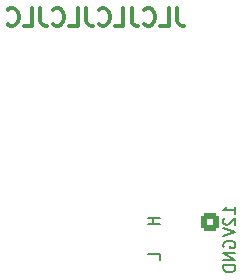
<source format=gbo>
G04 #@! TF.GenerationSoftware,KiCad,Pcbnew,6.0.0-d3dd2cf0fa~116~ubuntu20.04.1*
G04 #@! TF.CreationDate,2022-01-09T15:49:13-07:00*
G04 #@! TF.ProjectId,software_dev_board,736f6674-7761-4726-955f-6465765f626f,A*
G04 #@! TF.SameCoordinates,Original*
G04 #@! TF.FileFunction,Legend,Bot*
G04 #@! TF.FilePolarity,Positive*
%FSLAX46Y46*%
G04 Gerber Fmt 4.6, Leading zero omitted, Abs format (unit mm)*
G04 Created by KiCad (PCBNEW 6.0.0-d3dd2cf0fa~116~ubuntu20.04.1) date 2022-01-09 15:49:13*
%MOMM*%
%LPD*%
G01*
G04 APERTURE LIST*
G04 Aperture macros list*
%AMRoundRect*
0 Rectangle with rounded corners*
0 $1 Rounding radius*
0 $2 $3 $4 $5 $6 $7 $8 $9 X,Y pos of 4 corners*
0 Add a 4 corners polygon primitive as box body*
4,1,4,$2,$3,$4,$5,$6,$7,$8,$9,$2,$3,0*
0 Add four circle primitives for the rounded corners*
1,1,$1+$1,$2,$3*
1,1,$1+$1,$4,$5*
1,1,$1+$1,$6,$7*
1,1,$1+$1,$8,$9*
0 Add four rect primitives between the rounded corners*
20,1,$1+$1,$2,$3,$4,$5,0*
20,1,$1+$1,$4,$5,$6,$7,0*
20,1,$1+$1,$6,$7,$8,$9,0*
20,1,$1+$1,$8,$9,$2,$3,0*%
G04 Aperture macros list end*
%ADD10C,0.300000*%
%ADD11C,0.200000*%
%ADD12C,1.500000*%
%ADD13R,1.700000X1.700000*%
%ADD14O,1.700000X1.700000*%
%ADD15R,1.500000X2.300000*%
%ADD16O,1.500000X2.300000*%
%ADD17C,0.800000*%
%ADD18C,6.400000*%
%ADD19O,1.550000X0.890000*%
%ADD20O,0.950000X1.250000*%
%ADD21C,3.000000*%
%ADD22RoundRect,0.250000X-0.500000X0.500000X-0.500000X-0.500000X0.500000X-0.500000X0.500000X0.500000X0*%
%ADD23RoundRect,0.250001X-1.599999X1.099999X-1.599999X-1.099999X1.599999X-1.099999X1.599999X1.099999X0*%
%ADD24O,3.700000X2.700000*%
%ADD25C,0.600000*%
G04 APERTURE END LIST*
D10*
X171128571Y-72978571D02*
X171128571Y-74050000D01*
X171200000Y-74264285D01*
X171342857Y-74407142D01*
X171557142Y-74478571D01*
X171700000Y-74478571D01*
X169700000Y-74478571D02*
X170414285Y-74478571D01*
X170414285Y-72978571D01*
X168342857Y-74335714D02*
X168414285Y-74407142D01*
X168628571Y-74478571D01*
X168771428Y-74478571D01*
X168985714Y-74407142D01*
X169128571Y-74264285D01*
X169200000Y-74121428D01*
X169271428Y-73835714D01*
X169271428Y-73621428D01*
X169200000Y-73335714D01*
X169128571Y-73192857D01*
X168985714Y-73050000D01*
X168771428Y-72978571D01*
X168628571Y-72978571D01*
X168414285Y-73050000D01*
X168342857Y-73121428D01*
X167271428Y-72978571D02*
X167271428Y-74050000D01*
X167342857Y-74264285D01*
X167485714Y-74407142D01*
X167700000Y-74478571D01*
X167842857Y-74478571D01*
X165842857Y-74478571D02*
X166557142Y-74478571D01*
X166557142Y-72978571D01*
X164485714Y-74335714D02*
X164557142Y-74407142D01*
X164771428Y-74478571D01*
X164914285Y-74478571D01*
X165128571Y-74407142D01*
X165271428Y-74264285D01*
X165342857Y-74121428D01*
X165414285Y-73835714D01*
X165414285Y-73621428D01*
X165342857Y-73335714D01*
X165271428Y-73192857D01*
X165128571Y-73050000D01*
X164914285Y-72978571D01*
X164771428Y-72978571D01*
X164557142Y-73050000D01*
X164485714Y-73121428D01*
X163414285Y-72978571D02*
X163414285Y-74050000D01*
X163485714Y-74264285D01*
X163628571Y-74407142D01*
X163842857Y-74478571D01*
X163985714Y-74478571D01*
X161985714Y-74478571D02*
X162700000Y-74478571D01*
X162700000Y-72978571D01*
X160628571Y-74335714D02*
X160700000Y-74407142D01*
X160914285Y-74478571D01*
X161057142Y-74478571D01*
X161271428Y-74407142D01*
X161414285Y-74264285D01*
X161485714Y-74121428D01*
X161557142Y-73835714D01*
X161557142Y-73621428D01*
X161485714Y-73335714D01*
X161414285Y-73192857D01*
X161271428Y-73050000D01*
X161057142Y-72978571D01*
X160914285Y-72978571D01*
X160700000Y-73050000D01*
X160628571Y-73121428D01*
X159557142Y-72978571D02*
X159557142Y-74050000D01*
X159628571Y-74264285D01*
X159771428Y-74407142D01*
X159985714Y-74478571D01*
X160128571Y-74478571D01*
X158128571Y-74478571D02*
X158842857Y-74478571D01*
X158842857Y-72978571D01*
X156771428Y-74335714D02*
X156842857Y-74407142D01*
X157057142Y-74478571D01*
X157200000Y-74478571D01*
X157414285Y-74407142D01*
X157557142Y-74264285D01*
X157628571Y-74121428D01*
X157700000Y-73835714D01*
X157700000Y-73621428D01*
X157628571Y-73335714D01*
X157557142Y-73192857D01*
X157414285Y-73050000D01*
X157200000Y-72978571D01*
X157057142Y-72978571D01*
X156842857Y-73050000D01*
X156771428Y-73121428D01*
D11*
X175100000Y-93238095D02*
X175052380Y-93142857D01*
X175052380Y-93000000D01*
X175100000Y-92857142D01*
X175195238Y-92761904D01*
X175290476Y-92714285D01*
X175480952Y-92666666D01*
X175623809Y-92666666D01*
X175814285Y-92714285D01*
X175909523Y-92761904D01*
X176004761Y-92857142D01*
X176052380Y-93000000D01*
X176052380Y-93095238D01*
X176004761Y-93238095D01*
X175957142Y-93285714D01*
X175623809Y-93285714D01*
X175623809Y-93095238D01*
X176052380Y-93714285D02*
X175052380Y-93714285D01*
X176052380Y-94285714D01*
X175052380Y-94285714D01*
X176052380Y-94761904D02*
X175052380Y-94761904D01*
X175052380Y-95000000D01*
X175100000Y-95142857D01*
X175195238Y-95238095D01*
X175290476Y-95285714D01*
X175480952Y-95333333D01*
X175623809Y-95333333D01*
X175814285Y-95285714D01*
X175909523Y-95238095D01*
X176004761Y-95142857D01*
X176052380Y-95000000D01*
X176052380Y-94761904D01*
X169652380Y-90714285D02*
X168652380Y-90714285D01*
X169128571Y-90714285D02*
X169128571Y-91285714D01*
X169652380Y-91285714D02*
X168652380Y-91285714D01*
X169652380Y-94309523D02*
X169652380Y-93833333D01*
X168652380Y-93833333D01*
X176052380Y-90380952D02*
X176052380Y-89809523D01*
X176052380Y-90095238D02*
X175052380Y-90095238D01*
X175195238Y-90000000D01*
X175290476Y-89904761D01*
X175338095Y-89809523D01*
X175147619Y-90761904D02*
X175100000Y-90809523D01*
X175052380Y-90904761D01*
X175052380Y-91142857D01*
X175100000Y-91238095D01*
X175147619Y-91285714D01*
X175242857Y-91333333D01*
X175338095Y-91333333D01*
X175480952Y-91285714D01*
X176052380Y-90714285D01*
X176052380Y-91333333D01*
X175052380Y-91619047D02*
X176052380Y-91952380D01*
X175052380Y-92285714D01*
%LPC*%
D12*
X134300000Y-104600000D03*
X138700000Y-104600000D03*
X136500000Y-104600000D03*
X140900000Y-104700000D03*
X132100000Y-104600000D03*
D13*
X148400000Y-74200000D03*
D14*
X145860000Y-74200000D03*
X143320000Y-74200000D03*
X140780000Y-74200000D03*
X138240000Y-74200000D03*
X135700000Y-74200000D03*
X133160000Y-74200000D03*
X130620000Y-74200000D03*
X128080000Y-74200000D03*
D12*
X156174000Y-92380000D03*
X156174000Y-87500000D03*
D15*
X151760000Y-117958000D03*
D16*
X149220000Y-117958000D03*
X146680000Y-117958000D03*
D12*
X126326000Y-101777999D03*
X121446000Y-101777999D03*
D17*
X105697056Y-78097056D03*
X101600000Y-76400000D03*
X105697056Y-74702944D03*
X102302944Y-74702944D03*
D18*
X104000000Y-76400000D03*
D17*
X102302944Y-78097056D03*
X104000000Y-78800000D03*
X106400000Y-76400000D03*
X104000000Y-74000000D03*
D18*
X179000000Y-76400000D03*
D17*
X179000000Y-78800000D03*
X177302944Y-74702944D03*
X180697056Y-78097056D03*
X181400000Y-76400000D03*
X177302944Y-78097056D03*
X180697056Y-74702944D03*
X179000000Y-74000000D03*
X176600000Y-76400000D03*
D19*
X101500000Y-88300000D03*
D20*
X104200000Y-82300000D03*
X104200000Y-87300000D03*
D19*
X101500000Y-81300000D03*
D17*
X180697056Y-123097056D03*
X180697056Y-119702944D03*
X177302944Y-123097056D03*
X179000000Y-123800000D03*
X176600000Y-121400000D03*
X181400000Y-121400000D03*
X179000000Y-119000000D03*
D18*
X179000000Y-121400000D03*
D17*
X177302944Y-119702944D03*
D13*
X119914000Y-122874000D03*
D14*
X119914000Y-120334000D03*
X119914000Y-117794000D03*
D13*
X114326000Y-122874000D03*
D14*
X114326000Y-120334000D03*
X114326000Y-117794000D03*
D17*
X105697056Y-119702944D03*
X105697056Y-123097056D03*
X102302944Y-123097056D03*
X104000000Y-119000000D03*
X102302944Y-119702944D03*
X104000000Y-123800000D03*
D18*
X104000000Y-121400000D03*
D17*
X101600000Y-121400000D03*
X106400000Y-121400000D03*
D21*
X178220000Y-94100000D03*
D22*
X173900000Y-91100000D03*
D12*
X173900000Y-94100000D03*
X173900000Y-97100000D03*
X170900000Y-91100000D03*
X170900000Y-94100000D03*
X170900000Y-97100000D03*
X164500000Y-90000000D03*
X164500000Y-95200000D03*
X124600000Y-80800000D03*
D21*
X176200000Y-104600000D03*
D23*
X168900000Y-104600000D03*
D24*
X163400000Y-104600000D03*
D25*
X130610000Y-97010000D03*
D17*
X111800000Y-106100000D03*
D25*
X124843159Y-97700000D03*
X155800000Y-115700000D03*
X112200000Y-84500000D03*
X179100000Y-114500000D03*
X125400000Y-98300000D03*
D17*
X168100000Y-96100000D03*
D25*
X177700000Y-117300000D03*
X151400000Y-99700000D03*
X120000000Y-78800000D03*
X156700000Y-106300000D03*
X113100000Y-96800000D03*
X130500000Y-99500000D03*
X137000000Y-122100000D03*
D17*
X168164000Y-89064000D03*
D25*
X179800000Y-117300000D03*
X135500000Y-123500000D03*
X141800000Y-123700000D03*
X117000000Y-75600000D03*
X164000000Y-124400000D03*
D17*
X102400000Y-100100000D03*
D25*
X150000000Y-113400000D03*
X136100000Y-101200000D03*
X180500000Y-117300000D03*
X136200000Y-123500000D03*
X139600000Y-123700000D03*
X180500000Y-114500000D03*
X166800000Y-114700000D03*
X134800000Y-123500000D03*
X118500000Y-105600000D03*
X158100000Y-124400000D03*
X125700000Y-122000000D03*
X133900000Y-101200000D03*
X152300000Y-88100000D03*
X119900000Y-96700000D03*
X177000000Y-114500000D03*
X177000000Y-117300000D03*
X179800000Y-114500000D03*
X178400000Y-117300000D03*
X113900000Y-113400000D03*
X166800000Y-115400000D03*
X127700000Y-78400000D03*
X166800000Y-114000000D03*
X161000000Y-124400000D03*
X160300000Y-99700000D03*
X168200000Y-114000000D03*
X137000000Y-123500000D03*
X178400000Y-114500000D03*
X132700000Y-99500000D03*
X137900000Y-120200000D03*
X103700000Y-115100000D03*
X140700000Y-124700000D03*
X137000000Y-121400000D03*
X129100000Y-105600000D03*
X111700000Y-115200000D03*
X167500000Y-114000000D03*
X134600000Y-94900000D03*
X112800000Y-75200000D03*
X160000000Y-95200000D03*
X137000000Y-122800000D03*
X177700000Y-114500000D03*
X121500000Y-81800000D03*
X179100000Y-117300000D03*
X137900000Y-99800000D03*
D17*
X102400000Y-98800000D03*
D25*
X134100000Y-87300000D03*
X116500000Y-93300000D03*
D17*
X102400000Y-102700000D03*
D25*
X160000000Y-84600000D03*
X161000000Y-116500000D03*
D17*
X147561500Y-106161500D03*
X126700000Y-118000000D03*
X124100000Y-116000000D03*
D25*
X123400000Y-73800000D03*
D17*
X108900000Y-91800000D03*
X123100000Y-117100000D03*
D25*
X107300000Y-73500000D03*
X111000000Y-73500000D03*
X116500000Y-94800000D03*
X119900000Y-81700000D03*
X158100000Y-116500000D03*
X137900000Y-98200000D03*
X134100000Y-85700000D03*
D17*
X126700000Y-118900000D03*
X123100000Y-118000000D03*
X126700000Y-116200000D03*
D25*
X134600000Y-93900000D03*
X136200000Y-99600000D03*
D17*
X123100000Y-118900000D03*
X126700000Y-117100000D03*
X125700000Y-116000000D03*
X113413173Y-106113173D03*
D25*
X158300000Y-106300000D03*
D17*
X123100000Y-116200000D03*
D25*
X136200000Y-98000000D03*
D17*
X108900000Y-90000000D03*
D25*
X122480447Y-83300000D03*
X112900000Y-95700000D03*
X110400000Y-97600000D03*
X112100000Y-102400000D03*
X117996790Y-89703210D03*
D17*
X106244500Y-82344500D03*
X135500000Y-110500000D03*
D25*
X111500000Y-77900000D03*
X137300000Y-95700000D03*
X138330331Y-91869669D03*
X135600000Y-92700000D03*
X138700000Y-94400000D03*
X138500000Y-93100000D03*
X152300000Y-94400000D03*
X136600000Y-89053210D03*
X117100000Y-100300000D03*
X136600000Y-88253207D03*
X152300000Y-93100000D03*
X136600000Y-87453204D03*
X152300000Y-91900000D03*
X152300000Y-97000000D03*
X152300000Y-103400000D03*
X113100000Y-80300000D03*
X115300000Y-89300000D03*
X116100000Y-88600000D03*
X114800000Y-80600000D03*
X121000000Y-78800000D03*
X116900000Y-87900000D03*
X115600000Y-92200000D03*
X115600000Y-101300000D03*
M02*

</source>
